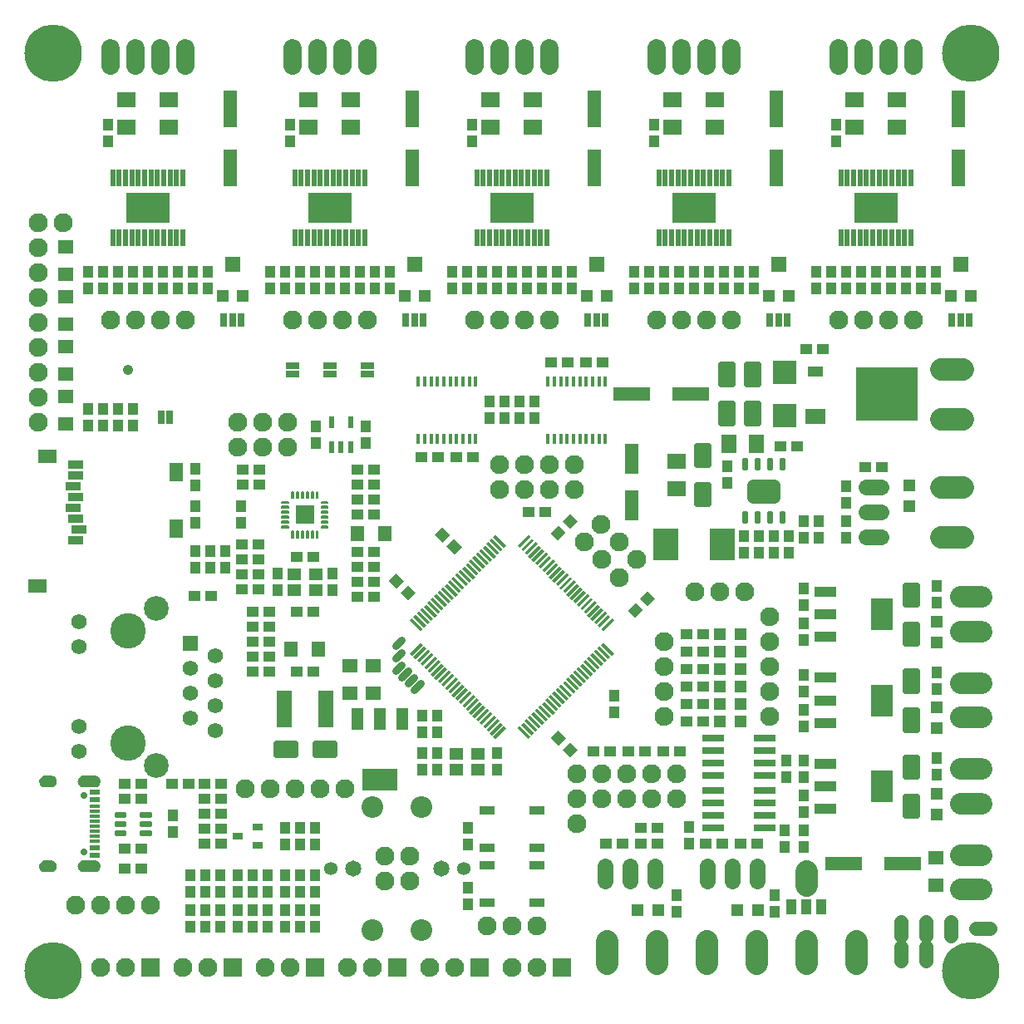
<source format=gbr>
G04 EAGLE Gerber RS-274X export*
G75*
%MOMM*%
%FSLAX34Y34*%
%LPD*%
%INGTS*%
%IPPOS*%
%AMOC8*
5,1,8,0,0,1.08239X$1,22.5*%
G01*
%ADD10C,0.723900*%
%ADD11R,2.095500X1.524000*%
%ADD12R,0.320800X1.550800*%
%ADD13R,1.550800X0.320800*%
%ADD14R,1.450800X1.250800*%
%ADD15R,1.050800X1.150800*%
%ADD16R,1.150800X1.050800*%
%ADD17R,1.650800X1.450800*%
%ADD18R,1.574800X0.812800*%
%ADD19R,1.250800X1.250800*%
%ADD20C,2.209800*%
%ADD21C,1.358800*%
%ADD22C,1.650800*%
%ADD23R,1.930400X1.930400*%
%ADD24C,1.930400*%
%ADD25R,0.476800X1.700800*%
%ADD26R,4.370800X3.050800*%
%ADD27R,1.850800X1.650800*%
%ADD28R,0.355600X1.041400*%
%ADD29C,1.828800*%
%ADD30C,0.191863*%
%ADD31R,1.828800X1.828800*%
%ADD32R,1.450800X1.650800*%
%ADD33R,0.600800X1.250800*%
%ADD34R,1.270000X2.286000*%
%ADD35R,3.650800X2.250800*%
%ADD36C,1.574800*%
%ADD37R,3.850800X1.450800*%
%ADD38R,2.200800X1.000800*%
%ADD39R,2.200800X3.200800*%
%ADD40C,0.560253*%
%ADD41C,2.184400*%
%ADD42C,1.473200*%
%ADD43R,1.450800X3.850800*%
%ADD44R,1.450800X1.850800*%
%ADD45R,1.950800X1.450800*%
%ADD46R,1.550800X0.850800*%
%ADD47R,1.574800X1.574800*%
%ADD48C,1.574800*%
%ADD49C,2.527300*%
%ADD50C,3.606800*%
%ADD51R,1.320800X0.685800*%
%ADD52R,2.250800X0.650800*%
%ADD53C,2.250800*%
%ADD54R,1.050000X1.575000*%
%ADD55C,2.300800*%
%ADD56R,6.250800X5.450800*%
%ADD57R,1.650800X1.050800*%
%ADD58R,2.450800X2.450800*%
%ADD59R,0.685800X1.320800*%
%ADD60R,1.450800X3.050800*%
%ADD61R,1.050800X0.330800*%
%ADD62R,1.050800X0.610800*%
%ADD63C,0.700800*%
%ADD64C,5.850800*%
%ADD65C,1.158800*%
%ADD66C,0.414550*%
%ADD67R,1.066800X0.685800*%
%ADD68R,1.650800X1.550800*%
%ADD69R,1.550800X3.750800*%
%ADD70R,1.650800X1.850800*%
%ADD71C,0.302938*%
%ADD72C,1.249906*%
%ADD73R,2.550800X3.250800*%
%ADD74C,1.050800*%

G36*
X-424836Y-277806D02*
X-424836Y-277806D01*
X-424833Y-277809D01*
X-423711Y-277654D01*
X-423706Y-277649D01*
X-423702Y-277652D01*
X-422631Y-277281D01*
X-422627Y-277275D01*
X-422622Y-277277D01*
X-421645Y-276704D01*
X-421642Y-276698D01*
X-421637Y-276699D01*
X-420790Y-275946D01*
X-420788Y-275939D01*
X-420783Y-275939D01*
X-420099Y-275036D01*
X-420099Y-275029D01*
X-420094Y-275028D01*
X-419599Y-274009D01*
X-419601Y-274002D01*
X-419596Y-274000D01*
X-419309Y-272903D01*
X-419311Y-272899D01*
X-419309Y-272898D01*
X-419311Y-272896D01*
X-419308Y-272894D01*
X-419241Y-271763D01*
X-419243Y-271759D01*
X-419241Y-271757D01*
X-419308Y-270626D01*
X-419313Y-270621D01*
X-419309Y-270617D01*
X-419596Y-269520D01*
X-419602Y-269516D01*
X-419599Y-269511D01*
X-420094Y-268492D01*
X-420100Y-268489D01*
X-420099Y-268484D01*
X-420783Y-267581D01*
X-420790Y-267579D01*
X-420790Y-267574D01*
X-421637Y-266821D01*
X-421644Y-266821D01*
X-421645Y-266816D01*
X-422622Y-266243D01*
X-422629Y-266244D01*
X-422631Y-266239D01*
X-423702Y-265868D01*
X-423708Y-265871D01*
X-423711Y-265866D01*
X-424833Y-265711D01*
X-424838Y-265714D01*
X-424840Y-265711D01*
X-436840Y-265711D01*
X-436845Y-265714D01*
X-436848Y-265711D01*
X-438115Y-265916D01*
X-438121Y-265922D01*
X-438126Y-265919D01*
X-439315Y-266401D01*
X-439319Y-266408D01*
X-439325Y-266406D01*
X-440378Y-267140D01*
X-440380Y-267148D01*
X-440386Y-267147D01*
X-441249Y-268097D01*
X-441250Y-268106D01*
X-441255Y-268106D01*
X-441885Y-269225D01*
X-441884Y-269233D01*
X-441890Y-269235D01*
X-442255Y-270465D01*
X-442252Y-270473D01*
X-442257Y-270476D01*
X-442339Y-271757D01*
X-442337Y-271761D01*
X-442339Y-271763D01*
X-442257Y-273044D01*
X-442251Y-273050D01*
X-442255Y-273055D01*
X-441890Y-274285D01*
X-441883Y-274290D01*
X-441885Y-274295D01*
X-441255Y-275414D01*
X-441248Y-275417D01*
X-441249Y-275423D01*
X-440386Y-276373D01*
X-440378Y-276374D01*
X-440378Y-276380D01*
X-439325Y-277114D01*
X-439317Y-277114D01*
X-439315Y-277119D01*
X-438126Y-277601D01*
X-438118Y-277599D01*
X-438115Y-277604D01*
X-436848Y-277809D01*
X-436843Y-277806D01*
X-436840Y-277809D01*
X-424840Y-277809D01*
X-424836Y-277806D01*
G37*
G36*
X-424836Y-364206D02*
X-424836Y-364206D01*
X-424833Y-364209D01*
X-423711Y-364054D01*
X-423706Y-364049D01*
X-423702Y-364052D01*
X-422631Y-363681D01*
X-422627Y-363675D01*
X-422622Y-363677D01*
X-421645Y-363104D01*
X-421642Y-363098D01*
X-421637Y-363099D01*
X-420790Y-362346D01*
X-420788Y-362339D01*
X-420783Y-362339D01*
X-420099Y-361436D01*
X-420099Y-361429D01*
X-420094Y-361428D01*
X-419599Y-360409D01*
X-419601Y-360402D01*
X-419596Y-360400D01*
X-419309Y-359303D01*
X-419311Y-359299D01*
X-419309Y-359298D01*
X-419311Y-359296D01*
X-419308Y-359294D01*
X-419241Y-358163D01*
X-419243Y-358159D01*
X-419241Y-358157D01*
X-419308Y-357026D01*
X-419313Y-357021D01*
X-419309Y-357017D01*
X-419596Y-355920D01*
X-419602Y-355916D01*
X-419599Y-355911D01*
X-420094Y-354892D01*
X-420100Y-354889D01*
X-420099Y-354884D01*
X-420783Y-353981D01*
X-420790Y-353979D01*
X-420790Y-353974D01*
X-421637Y-353221D01*
X-421644Y-353221D01*
X-421645Y-353216D01*
X-422622Y-352643D01*
X-422629Y-352644D01*
X-422631Y-352639D01*
X-423702Y-352268D01*
X-423708Y-352271D01*
X-423711Y-352266D01*
X-424833Y-352111D01*
X-424838Y-352114D01*
X-424840Y-352111D01*
X-436840Y-352111D01*
X-436845Y-352114D01*
X-436848Y-352111D01*
X-438115Y-352316D01*
X-438121Y-352322D01*
X-438126Y-352319D01*
X-439315Y-352801D01*
X-439319Y-352808D01*
X-439325Y-352806D01*
X-440378Y-353540D01*
X-440380Y-353548D01*
X-440386Y-353547D01*
X-441249Y-354497D01*
X-441250Y-354506D01*
X-441255Y-354506D01*
X-441885Y-355625D01*
X-441884Y-355633D01*
X-441890Y-355635D01*
X-442255Y-356865D01*
X-442252Y-356873D01*
X-442257Y-356876D01*
X-442339Y-358157D01*
X-442337Y-358161D01*
X-442339Y-358163D01*
X-442257Y-359444D01*
X-442251Y-359450D01*
X-442255Y-359455D01*
X-441890Y-360685D01*
X-441883Y-360690D01*
X-441885Y-360695D01*
X-441255Y-361814D01*
X-441248Y-361817D01*
X-441249Y-361823D01*
X-440386Y-362773D01*
X-440378Y-362774D01*
X-440378Y-362780D01*
X-439325Y-363514D01*
X-439317Y-363514D01*
X-439315Y-363519D01*
X-438126Y-364001D01*
X-438118Y-363999D01*
X-438115Y-364004D01*
X-436848Y-364209D01*
X-436843Y-364206D01*
X-436840Y-364209D01*
X-424840Y-364209D01*
X-424836Y-364206D01*
G37*
G36*
X-469637Y-277807D02*
X-469637Y-277807D01*
X-469635Y-277809D01*
X-468459Y-277698D01*
X-468454Y-277693D01*
X-468450Y-277696D01*
X-467318Y-277358D01*
X-467314Y-277352D01*
X-467309Y-277354D01*
X-466265Y-276802D01*
X-466262Y-276795D01*
X-466257Y-276797D01*
X-465341Y-276051D01*
X-465340Y-276044D01*
X-465334Y-276044D01*
X-464581Y-275135D01*
X-464581Y-275127D01*
X-464576Y-275127D01*
X-464015Y-274087D01*
X-464016Y-274082D01*
X-464012Y-274080D01*
X-464013Y-274079D01*
X-464011Y-274078D01*
X-463664Y-272949D01*
X-463664Y-272948D01*
X-463663Y-272947D01*
X-463666Y-272943D01*
X-463662Y-272940D01*
X-463541Y-271765D01*
X-463545Y-271758D01*
X-463541Y-271754D01*
X-463698Y-270414D01*
X-463703Y-270408D01*
X-463700Y-270403D01*
X-464151Y-269132D01*
X-464158Y-269127D01*
X-464156Y-269122D01*
X-464878Y-267983D01*
X-464886Y-267980D01*
X-464885Y-267974D01*
X-465843Y-267024D01*
X-465851Y-267023D01*
X-465852Y-267017D01*
X-466997Y-266304D01*
X-467006Y-266305D01*
X-467007Y-266299D01*
X-468283Y-265859D01*
X-468290Y-265861D01*
X-468293Y-265857D01*
X-469635Y-265711D01*
X-469638Y-265713D01*
X-469640Y-265711D01*
X-475640Y-265711D01*
X-475644Y-265713D01*
X-475646Y-265711D01*
X-476975Y-265866D01*
X-476981Y-265872D01*
X-476985Y-265869D01*
X-478246Y-266316D01*
X-478251Y-266323D01*
X-478256Y-266321D01*
X-479386Y-267038D01*
X-479389Y-267045D01*
X-479395Y-267044D01*
X-480337Y-267995D01*
X-480338Y-268003D01*
X-480344Y-268003D01*
X-481051Y-269139D01*
X-481050Y-269147D01*
X-481056Y-269149D01*
X-481492Y-270414D01*
X-481490Y-270422D01*
X-481495Y-270425D01*
X-481639Y-271755D01*
X-481635Y-271761D01*
X-481639Y-271765D01*
X-481529Y-272931D01*
X-481524Y-272936D01*
X-481527Y-272940D01*
X-481192Y-274063D01*
X-481186Y-274067D01*
X-481188Y-274071D01*
X-480640Y-275107D01*
X-480634Y-275110D01*
X-480635Y-275115D01*
X-479896Y-276023D01*
X-479889Y-276025D01*
X-479889Y-276030D01*
X-478987Y-276777D01*
X-478980Y-276777D01*
X-478979Y-276783D01*
X-477948Y-277339D01*
X-477941Y-277338D01*
X-477939Y-277343D01*
X-476820Y-277687D01*
X-476813Y-277685D01*
X-476810Y-277689D01*
X-475645Y-277809D01*
X-475642Y-277807D01*
X-475640Y-277809D01*
X-469640Y-277809D01*
X-469637Y-277807D01*
G37*
G36*
X-469637Y-364207D02*
X-469637Y-364207D01*
X-469635Y-364209D01*
X-468459Y-364098D01*
X-468454Y-364093D01*
X-468450Y-364096D01*
X-467318Y-363758D01*
X-467314Y-363752D01*
X-467309Y-363754D01*
X-466265Y-363202D01*
X-466262Y-363195D01*
X-466257Y-363197D01*
X-465341Y-362451D01*
X-465340Y-362444D01*
X-465334Y-362444D01*
X-464581Y-361535D01*
X-464581Y-361527D01*
X-464576Y-361527D01*
X-464015Y-360487D01*
X-464016Y-360482D01*
X-464012Y-360480D01*
X-464013Y-360479D01*
X-464011Y-360478D01*
X-463664Y-359349D01*
X-463664Y-359348D01*
X-463663Y-359347D01*
X-463666Y-359343D01*
X-463662Y-359340D01*
X-463541Y-358165D01*
X-463545Y-358158D01*
X-463541Y-358154D01*
X-463698Y-356814D01*
X-463703Y-356808D01*
X-463700Y-356803D01*
X-464151Y-355532D01*
X-464158Y-355527D01*
X-464156Y-355522D01*
X-464878Y-354383D01*
X-464886Y-354380D01*
X-464885Y-354374D01*
X-465843Y-353424D01*
X-465851Y-353423D01*
X-465852Y-353417D01*
X-466997Y-352704D01*
X-467006Y-352705D01*
X-467007Y-352699D01*
X-468283Y-352259D01*
X-468290Y-352261D01*
X-468293Y-352257D01*
X-469635Y-352111D01*
X-469638Y-352113D01*
X-469640Y-352111D01*
X-475640Y-352111D01*
X-475644Y-352113D01*
X-475646Y-352111D01*
X-476975Y-352266D01*
X-476981Y-352272D01*
X-476985Y-352269D01*
X-478246Y-352716D01*
X-478251Y-352723D01*
X-478256Y-352721D01*
X-479386Y-353438D01*
X-479389Y-353445D01*
X-479395Y-353444D01*
X-480337Y-354395D01*
X-480338Y-354403D01*
X-480344Y-354403D01*
X-481051Y-355539D01*
X-481050Y-355547D01*
X-481056Y-355549D01*
X-481492Y-356814D01*
X-481490Y-356822D01*
X-481495Y-356825D01*
X-481639Y-358155D01*
X-481635Y-358161D01*
X-481639Y-358165D01*
X-481529Y-359331D01*
X-481524Y-359336D01*
X-481527Y-359340D01*
X-481192Y-360463D01*
X-481186Y-360467D01*
X-481188Y-360471D01*
X-480640Y-361507D01*
X-480634Y-361510D01*
X-480635Y-361515D01*
X-479896Y-362423D01*
X-479889Y-362425D01*
X-479889Y-362430D01*
X-478987Y-363177D01*
X-478980Y-363177D01*
X-478979Y-363183D01*
X-477948Y-363739D01*
X-477941Y-363738D01*
X-477939Y-363743D01*
X-476820Y-364087D01*
X-476813Y-364085D01*
X-476810Y-364089D01*
X-475645Y-364209D01*
X-475642Y-364207D01*
X-475640Y-364209D01*
X-469640Y-364209D01*
X-469637Y-364207D01*
G37*
D10*
X-118745Y-133985D02*
X-112395Y-127635D01*
X-112395Y-140335D02*
X-118745Y-146685D01*
X-112395Y-153035D02*
X-118745Y-159385D01*
X-112395Y-165735D02*
X-106045Y-159385D01*
X-99695Y-165735D02*
X-106045Y-172085D01*
X-99695Y-178435D02*
X-93345Y-172085D01*
D11*
X308928Y100330D03*
D12*
G36*
X8026Y-33850D02*
X5757Y-31581D01*
X16722Y-20616D01*
X18991Y-22885D01*
X8026Y-33850D01*
G37*
G36*
X11562Y-37385D02*
X9293Y-35116D01*
X20258Y-24151D01*
X22527Y-26420D01*
X11562Y-37385D01*
G37*
G36*
X15097Y-40921D02*
X12828Y-38652D01*
X23793Y-27687D01*
X26062Y-29956D01*
X15097Y-40921D01*
G37*
G36*
X18633Y-44456D02*
X16364Y-42187D01*
X27329Y-31222D01*
X29598Y-33491D01*
X18633Y-44456D01*
G37*
G36*
X22169Y-47992D02*
X19900Y-45723D01*
X30865Y-34758D01*
X33134Y-37027D01*
X22169Y-47992D01*
G37*
G36*
X25704Y-51527D02*
X23435Y-49258D01*
X34400Y-38293D01*
X36669Y-40562D01*
X25704Y-51527D01*
G37*
G36*
X29240Y-55063D02*
X26971Y-52794D01*
X37936Y-41829D01*
X40205Y-44098D01*
X29240Y-55063D01*
G37*
G36*
X32775Y-58599D02*
X30506Y-56330D01*
X41471Y-45365D01*
X43740Y-47634D01*
X32775Y-58599D01*
G37*
G36*
X36311Y-62134D02*
X34042Y-59865D01*
X45007Y-48900D01*
X47276Y-51169D01*
X36311Y-62134D01*
G37*
G36*
X39846Y-65670D02*
X37577Y-63401D01*
X48542Y-52436D01*
X50811Y-54705D01*
X39846Y-65670D01*
G37*
G36*
X43382Y-69205D02*
X41113Y-66936D01*
X52078Y-55971D01*
X54347Y-58240D01*
X43382Y-69205D01*
G37*
G36*
X46917Y-72741D02*
X44648Y-70472D01*
X55613Y-59507D01*
X57882Y-61776D01*
X46917Y-72741D01*
G37*
G36*
X50453Y-76276D02*
X48184Y-74007D01*
X59149Y-63042D01*
X61418Y-65311D01*
X50453Y-76276D01*
G37*
G36*
X53988Y-79812D02*
X51719Y-77543D01*
X62684Y-66578D01*
X64953Y-68847D01*
X53988Y-79812D01*
G37*
G36*
X57524Y-83347D02*
X55255Y-81078D01*
X66220Y-70113D01*
X68489Y-72382D01*
X57524Y-83347D01*
G37*
G36*
X61059Y-86883D02*
X58790Y-84614D01*
X69755Y-73649D01*
X72024Y-75918D01*
X61059Y-86883D01*
G37*
G36*
X64595Y-90418D02*
X62326Y-88149D01*
X73291Y-77184D01*
X75560Y-79453D01*
X64595Y-90418D01*
G37*
G36*
X68130Y-93954D02*
X65861Y-91685D01*
X76826Y-80720D01*
X79095Y-82989D01*
X68130Y-93954D01*
G37*
G36*
X71666Y-97489D02*
X69397Y-95220D01*
X80362Y-84255D01*
X82631Y-86524D01*
X71666Y-97489D01*
G37*
G36*
X75202Y-101025D02*
X72933Y-98756D01*
X83898Y-87791D01*
X86167Y-90060D01*
X75202Y-101025D01*
G37*
G36*
X78737Y-104560D02*
X76468Y-102291D01*
X87433Y-91326D01*
X89702Y-93595D01*
X78737Y-104560D01*
G37*
G36*
X82273Y-108096D02*
X80004Y-105827D01*
X90969Y-94862D01*
X93238Y-97131D01*
X82273Y-108096D01*
G37*
G36*
X85808Y-111632D02*
X83539Y-109363D01*
X94504Y-98398D01*
X96773Y-100667D01*
X85808Y-111632D01*
G37*
G36*
X89344Y-115167D02*
X87075Y-112898D01*
X98040Y-101933D01*
X100309Y-104202D01*
X89344Y-115167D01*
G37*
G36*
X92879Y-118703D02*
X90610Y-116434D01*
X101575Y-105469D01*
X103844Y-107738D01*
X92879Y-118703D01*
G37*
G36*
X-101575Y-143451D02*
X-103844Y-141182D01*
X-92879Y-130217D01*
X-90610Y-132486D01*
X-101575Y-143451D01*
G37*
G36*
X-98040Y-146987D02*
X-100309Y-144718D01*
X-89344Y-133753D01*
X-87075Y-136022D01*
X-98040Y-146987D01*
G37*
G36*
X-94504Y-150522D02*
X-96773Y-148253D01*
X-85808Y-137288D01*
X-83539Y-139557D01*
X-94504Y-150522D01*
G37*
G36*
X-90969Y-154058D02*
X-93238Y-151789D01*
X-82273Y-140824D01*
X-80004Y-143093D01*
X-90969Y-154058D01*
G37*
G36*
X-87433Y-157594D02*
X-89702Y-155325D01*
X-78737Y-144360D01*
X-76468Y-146629D01*
X-87433Y-157594D01*
G37*
G36*
X-83898Y-161129D02*
X-86167Y-158860D01*
X-75202Y-147895D01*
X-72933Y-150164D01*
X-83898Y-161129D01*
G37*
G36*
X-80362Y-164665D02*
X-82631Y-162396D01*
X-71666Y-151431D01*
X-69397Y-153700D01*
X-80362Y-164665D01*
G37*
G36*
X-76826Y-168200D02*
X-79095Y-165931D01*
X-68130Y-154966D01*
X-65861Y-157235D01*
X-76826Y-168200D01*
G37*
G36*
X-73291Y-171736D02*
X-75560Y-169467D01*
X-64595Y-158502D01*
X-62326Y-160771D01*
X-73291Y-171736D01*
G37*
G36*
X-69755Y-175271D02*
X-72024Y-173002D01*
X-61059Y-162037D01*
X-58790Y-164306D01*
X-69755Y-175271D01*
G37*
G36*
X-66220Y-178807D02*
X-68489Y-176538D01*
X-57524Y-165573D01*
X-55255Y-167842D01*
X-66220Y-178807D01*
G37*
G36*
X-62684Y-182342D02*
X-64953Y-180073D01*
X-53988Y-169108D01*
X-51719Y-171377D01*
X-62684Y-182342D01*
G37*
G36*
X-59149Y-185878D02*
X-61418Y-183609D01*
X-50453Y-172644D01*
X-48184Y-174913D01*
X-59149Y-185878D01*
G37*
G36*
X-55613Y-189413D02*
X-57882Y-187144D01*
X-46917Y-176179D01*
X-44648Y-178448D01*
X-55613Y-189413D01*
G37*
G36*
X-52078Y-192949D02*
X-54347Y-190680D01*
X-43382Y-179715D01*
X-41113Y-181984D01*
X-52078Y-192949D01*
G37*
G36*
X-48542Y-196484D02*
X-50811Y-194215D01*
X-39846Y-183250D01*
X-37577Y-185519D01*
X-48542Y-196484D01*
G37*
G36*
X-45007Y-200020D02*
X-47276Y-197751D01*
X-36311Y-186786D01*
X-34042Y-189055D01*
X-45007Y-200020D01*
G37*
G36*
X-41471Y-203555D02*
X-43740Y-201286D01*
X-32775Y-190321D01*
X-30506Y-192590D01*
X-41471Y-203555D01*
G37*
G36*
X-37936Y-207091D02*
X-40205Y-204822D01*
X-29240Y-193857D01*
X-26971Y-196126D01*
X-37936Y-207091D01*
G37*
G36*
X-34400Y-210627D02*
X-36669Y-208358D01*
X-25704Y-197393D01*
X-23435Y-199662D01*
X-34400Y-210627D01*
G37*
G36*
X-30865Y-214162D02*
X-33134Y-211893D01*
X-22169Y-200928D01*
X-19900Y-203197D01*
X-30865Y-214162D01*
G37*
G36*
X-27329Y-217698D02*
X-29598Y-215429D01*
X-18633Y-204464D01*
X-16364Y-206733D01*
X-27329Y-217698D01*
G37*
G36*
X-23793Y-221233D02*
X-26062Y-218964D01*
X-15097Y-207999D01*
X-12828Y-210268D01*
X-23793Y-221233D01*
G37*
G36*
X-20258Y-224769D02*
X-22527Y-222500D01*
X-11562Y-211535D01*
X-9293Y-213804D01*
X-20258Y-224769D01*
G37*
G36*
X-16722Y-228304D02*
X-18991Y-226035D01*
X-8026Y-215070D01*
X-5757Y-217339D01*
X-16722Y-228304D01*
G37*
D13*
G36*
X16722Y-228304D02*
X5757Y-217339D01*
X8026Y-215070D01*
X18991Y-226035D01*
X16722Y-228304D01*
G37*
G36*
X20258Y-224769D02*
X9293Y-213804D01*
X11562Y-211535D01*
X22527Y-222500D01*
X20258Y-224769D01*
G37*
G36*
X23793Y-221233D02*
X12828Y-210268D01*
X15097Y-207999D01*
X26062Y-218964D01*
X23793Y-221233D01*
G37*
G36*
X27329Y-217698D02*
X16364Y-206733D01*
X18633Y-204464D01*
X29598Y-215429D01*
X27329Y-217698D01*
G37*
G36*
X30865Y-214162D02*
X19900Y-203197D01*
X22169Y-200928D01*
X33134Y-211893D01*
X30865Y-214162D01*
G37*
G36*
X34400Y-210627D02*
X23435Y-199662D01*
X25704Y-197393D01*
X36669Y-208358D01*
X34400Y-210627D01*
G37*
G36*
X37936Y-207091D02*
X26971Y-196126D01*
X29240Y-193857D01*
X40205Y-204822D01*
X37936Y-207091D01*
G37*
G36*
X41471Y-203555D02*
X30506Y-192590D01*
X32775Y-190321D01*
X43740Y-201286D01*
X41471Y-203555D01*
G37*
G36*
X45007Y-200020D02*
X34042Y-189055D01*
X36311Y-186786D01*
X47276Y-197751D01*
X45007Y-200020D01*
G37*
G36*
X48542Y-196484D02*
X37577Y-185519D01*
X39846Y-183250D01*
X50811Y-194215D01*
X48542Y-196484D01*
G37*
G36*
X52078Y-192949D02*
X41113Y-181984D01*
X43382Y-179715D01*
X54347Y-190680D01*
X52078Y-192949D01*
G37*
G36*
X55613Y-189413D02*
X44648Y-178448D01*
X46917Y-176179D01*
X57882Y-187144D01*
X55613Y-189413D01*
G37*
G36*
X59149Y-185878D02*
X48184Y-174913D01*
X50453Y-172644D01*
X61418Y-183609D01*
X59149Y-185878D01*
G37*
G36*
X62684Y-182342D02*
X51719Y-171377D01*
X53988Y-169108D01*
X64953Y-180073D01*
X62684Y-182342D01*
G37*
G36*
X66220Y-178807D02*
X55255Y-167842D01*
X57524Y-165573D01*
X68489Y-176538D01*
X66220Y-178807D01*
G37*
G36*
X69755Y-175271D02*
X58790Y-164306D01*
X61059Y-162037D01*
X72024Y-173002D01*
X69755Y-175271D01*
G37*
G36*
X73291Y-171736D02*
X62326Y-160771D01*
X64595Y-158502D01*
X75560Y-169467D01*
X73291Y-171736D01*
G37*
G36*
X76826Y-168200D02*
X65861Y-157235D01*
X68130Y-154966D01*
X79095Y-165931D01*
X76826Y-168200D01*
G37*
G36*
X80362Y-164665D02*
X69397Y-153700D01*
X71666Y-151431D01*
X82631Y-162396D01*
X80362Y-164665D01*
G37*
G36*
X83898Y-161129D02*
X72933Y-150164D01*
X75202Y-147895D01*
X86167Y-158860D01*
X83898Y-161129D01*
G37*
G36*
X87433Y-157594D02*
X76468Y-146629D01*
X78737Y-144360D01*
X89702Y-155325D01*
X87433Y-157594D01*
G37*
G36*
X90969Y-154058D02*
X80004Y-143093D01*
X82273Y-140824D01*
X93238Y-151789D01*
X90969Y-154058D01*
G37*
G36*
X94504Y-150522D02*
X83539Y-139557D01*
X85808Y-137288D01*
X96773Y-148253D01*
X94504Y-150522D01*
G37*
G36*
X98040Y-146987D02*
X87075Y-136022D01*
X89344Y-133753D01*
X100309Y-144718D01*
X98040Y-146987D01*
G37*
G36*
X101575Y-143451D02*
X90610Y-132486D01*
X92879Y-130217D01*
X103844Y-141182D01*
X101575Y-143451D01*
G37*
G36*
X-8026Y-33850D02*
X-18991Y-22885D01*
X-16722Y-20616D01*
X-5757Y-31581D01*
X-8026Y-33850D01*
G37*
G36*
X-11562Y-37385D02*
X-22527Y-26420D01*
X-20258Y-24151D01*
X-9293Y-35116D01*
X-11562Y-37385D01*
G37*
G36*
X-15097Y-40921D02*
X-26062Y-29956D01*
X-23793Y-27687D01*
X-12828Y-38652D01*
X-15097Y-40921D01*
G37*
G36*
X-18633Y-44456D02*
X-29598Y-33491D01*
X-27329Y-31222D01*
X-16364Y-42187D01*
X-18633Y-44456D01*
G37*
G36*
X-22169Y-47992D02*
X-33134Y-37027D01*
X-30865Y-34758D01*
X-19900Y-45723D01*
X-22169Y-47992D01*
G37*
G36*
X-25704Y-51527D02*
X-36669Y-40562D01*
X-34400Y-38293D01*
X-23435Y-49258D01*
X-25704Y-51527D01*
G37*
G36*
X-29240Y-55063D02*
X-40205Y-44098D01*
X-37936Y-41829D01*
X-26971Y-52794D01*
X-29240Y-55063D01*
G37*
G36*
X-32775Y-58599D02*
X-43740Y-47634D01*
X-41471Y-45365D01*
X-30506Y-56330D01*
X-32775Y-58599D01*
G37*
G36*
X-36311Y-62134D02*
X-47276Y-51169D01*
X-45007Y-48900D01*
X-34042Y-59865D01*
X-36311Y-62134D01*
G37*
G36*
X-39846Y-65670D02*
X-50811Y-54705D01*
X-48542Y-52436D01*
X-37577Y-63401D01*
X-39846Y-65670D01*
G37*
G36*
X-43382Y-69205D02*
X-54347Y-58240D01*
X-52078Y-55971D01*
X-41113Y-66936D01*
X-43382Y-69205D01*
G37*
G36*
X-46917Y-72741D02*
X-57882Y-61776D01*
X-55613Y-59507D01*
X-44648Y-70472D01*
X-46917Y-72741D01*
G37*
G36*
X-50453Y-76276D02*
X-61418Y-65311D01*
X-59149Y-63042D01*
X-48184Y-74007D01*
X-50453Y-76276D01*
G37*
G36*
X-53988Y-79812D02*
X-64953Y-68847D01*
X-62684Y-66578D01*
X-51719Y-77543D01*
X-53988Y-79812D01*
G37*
G36*
X-57524Y-83347D02*
X-68489Y-72382D01*
X-66220Y-70113D01*
X-55255Y-81078D01*
X-57524Y-83347D01*
G37*
G36*
X-61059Y-86883D02*
X-72024Y-75918D01*
X-69755Y-73649D01*
X-58790Y-84614D01*
X-61059Y-86883D01*
G37*
G36*
X-64595Y-90418D02*
X-75560Y-79453D01*
X-73291Y-77184D01*
X-62326Y-88149D01*
X-64595Y-90418D01*
G37*
G36*
X-68130Y-93954D02*
X-79095Y-82989D01*
X-76826Y-80720D01*
X-65861Y-91685D01*
X-68130Y-93954D01*
G37*
G36*
X-71666Y-97489D02*
X-82631Y-86524D01*
X-80362Y-84255D01*
X-69397Y-95220D01*
X-71666Y-97489D01*
G37*
G36*
X-75202Y-101025D02*
X-86167Y-90060D01*
X-83898Y-87791D01*
X-72933Y-98756D01*
X-75202Y-101025D01*
G37*
G36*
X-78737Y-104560D02*
X-89702Y-93595D01*
X-87433Y-91326D01*
X-76468Y-102291D01*
X-78737Y-104560D01*
G37*
G36*
X-82273Y-108096D02*
X-93238Y-97131D01*
X-90969Y-94862D01*
X-80004Y-105827D01*
X-82273Y-108096D01*
G37*
G36*
X-85808Y-111632D02*
X-96773Y-100667D01*
X-94504Y-98398D01*
X-83539Y-109363D01*
X-85808Y-111632D01*
G37*
G36*
X-89344Y-115167D02*
X-100309Y-104202D01*
X-98040Y-101933D01*
X-87075Y-112898D01*
X-89344Y-115167D01*
G37*
G36*
X-92879Y-118703D02*
X-103844Y-107738D01*
X-101575Y-105469D01*
X-90610Y-116434D01*
X-92879Y-118703D01*
G37*
D14*
X-34720Y-259460D03*
X-56720Y-259460D03*
X-34720Y-243460D03*
X-56720Y-243460D03*
D15*
X-76200Y-259960D03*
X-76200Y-242960D03*
X-15240Y-242960D03*
X-15240Y-259960D03*
D16*
G36*
X130307Y-85783D02*
X138443Y-77647D01*
X145873Y-85077D01*
X137737Y-93213D01*
X130307Y-85783D01*
G37*
G36*
X118287Y-97803D02*
X126423Y-89667D01*
X133853Y-97097D01*
X125717Y-105233D01*
X118287Y-97803D01*
G37*
D15*
X104140Y-201540D03*
X104140Y-184540D03*
D16*
G36*
X58997Y-231907D02*
X67133Y-240043D01*
X59703Y-247473D01*
X51567Y-239337D01*
X58997Y-231907D01*
G37*
G36*
X46977Y-219887D02*
X55113Y-228023D01*
X47683Y-235453D01*
X39547Y-227317D01*
X46977Y-219887D01*
G37*
G36*
X-117417Y-75433D02*
X-125553Y-67297D01*
X-118123Y-59867D01*
X-109987Y-68003D01*
X-117417Y-75433D01*
G37*
G36*
X-105397Y-87453D02*
X-113533Y-79317D01*
X-106103Y-71887D01*
X-97967Y-80023D01*
X-105397Y-87453D01*
G37*
G36*
X-70427Y-28443D02*
X-78563Y-20307D01*
X-71133Y-12877D01*
X-62997Y-21013D01*
X-70427Y-28443D01*
G37*
G36*
X-58407Y-40463D02*
X-66543Y-32327D01*
X-59113Y-24897D01*
X-50977Y-33033D01*
X-58407Y-40463D01*
G37*
D15*
X-91440Y-259960D03*
X-91440Y-242960D03*
D17*
X-140970Y-153640D03*
X-140970Y-181640D03*
D15*
X-76200Y-204860D03*
X-76200Y-221860D03*
X-44450Y-397120D03*
X-44450Y-380120D03*
D16*
X-313300Y-304800D03*
X-296300Y-304800D03*
X-313300Y-289560D03*
X-296300Y-289560D03*
X-313300Y-274320D03*
X-296300Y-274320D03*
X-296300Y-320040D03*
X-313300Y-320040D03*
D15*
X-292100Y-37220D03*
X-292100Y-54220D03*
X-44450Y-319160D03*
X-44450Y-336160D03*
D16*
X82940Y-241300D03*
X99940Y-241300D03*
X118500Y-241300D03*
X135500Y-241300D03*
D18*
X-25400Y-356870D03*
X25400Y-356870D03*
X-25400Y-394970D03*
X25400Y-394970D03*
D19*
X232750Y-210820D03*
X211750Y-210820D03*
X232750Y-193040D03*
X211750Y-193040D03*
X232750Y-175260D03*
X211750Y-175260D03*
X232750Y-157480D03*
X211750Y-157480D03*
D16*
X195190Y-210820D03*
X178190Y-210820D03*
X195190Y-193040D03*
X178190Y-193040D03*
X195190Y-175260D03*
X178190Y-175260D03*
X195190Y-157480D03*
X178190Y-157480D03*
D20*
X-91840Y-298180D03*
X-91840Y-423180D03*
X-141840Y-298180D03*
X-141840Y-423180D03*
D21*
X-49340Y-360680D03*
X-184340Y-360680D03*
D22*
X-71840Y-360680D03*
X-161840Y-360680D03*
D15*
X-200660Y-336160D03*
X-200660Y-319160D03*
X-215900Y-319160D03*
X-215900Y-336160D03*
X-322580Y-54220D03*
X-322580Y-37220D03*
X-322580Y29600D03*
X-322580Y46600D03*
X-307340Y-54220D03*
X-307340Y-37220D03*
D23*
X-368300Y-461010D03*
D24*
X-393700Y-461010D03*
X-419100Y-461010D03*
D23*
X-284480Y-461010D03*
D24*
X-309880Y-461010D03*
X-335280Y-461010D03*
D23*
X-200660Y-461010D03*
D24*
X-226060Y-461010D03*
X-251460Y-461010D03*
D23*
X-116840Y-461010D03*
D24*
X-142240Y-461010D03*
X-167640Y-461010D03*
D23*
X-33020Y-461010D03*
D24*
X-58420Y-461010D03*
X-83820Y-461010D03*
D23*
X50800Y-461010D03*
D24*
X25400Y-461010D03*
X0Y-461010D03*
D18*
X25400Y-339090D03*
X-25400Y-339090D03*
X25400Y-300990D03*
X-25400Y-300990D03*
D16*
G36*
X51567Y-7043D02*
X59703Y1093D01*
X67133Y-6337D01*
X58997Y-14473D01*
X51567Y-7043D01*
G37*
G36*
X39547Y-19063D02*
X47683Y-10927D01*
X55113Y-18357D01*
X46977Y-26493D01*
X39547Y-19063D01*
G37*
D24*
X167640Y-264160D03*
X142240Y-264160D03*
X116840Y-264160D03*
X91440Y-264160D03*
X167640Y-289560D03*
X142240Y-289560D03*
X116840Y-289560D03*
X91440Y-289560D03*
X73660Y-27940D03*
X91621Y-45901D03*
X109581Y-63861D03*
X127000Y-45720D03*
X109039Y-27759D03*
X91079Y-9799D03*
X-25400Y-419100D03*
X0Y-419100D03*
X25400Y-419100D03*
X-129540Y-347980D03*
X-104140Y-347980D03*
X-129540Y-373380D03*
X-104140Y-373380D03*
D17*
X-454660Y273080D03*
X-454660Y245080D03*
X-454660Y222280D03*
X-454660Y194280D03*
X-454660Y171480D03*
X-454660Y143480D03*
D16*
X-39760Y58420D03*
X-56760Y58420D03*
X-92320Y58420D03*
X-75320Y58420D03*
D25*
X-406590Y342920D03*
X-400090Y342920D03*
X-393590Y342920D03*
X-387090Y342920D03*
X-380590Y342920D03*
X-374090Y342920D03*
X-367590Y342920D03*
X-361090Y342920D03*
X-354590Y342920D03*
X-348090Y342920D03*
X-341590Y342920D03*
X-335090Y342920D03*
X-406590Y281920D03*
X-400090Y281920D03*
X-393590Y281920D03*
X-387090Y281920D03*
X-380590Y281920D03*
X-374090Y281920D03*
X-367590Y281920D03*
X-361090Y281920D03*
X-354590Y281920D03*
X-348090Y281920D03*
X-341590Y281920D03*
X-335090Y281920D03*
D26*
X-370840Y312420D03*
D15*
X-431800Y247260D03*
X-431800Y230260D03*
X-416560Y230260D03*
X-416560Y247260D03*
X-325120Y247260D03*
X-325120Y230260D03*
X-370840Y247260D03*
X-370840Y230260D03*
X-401320Y230260D03*
X-401320Y247260D03*
X-340360Y247260D03*
X-340360Y230260D03*
D27*
X-349250Y422940D03*
X-349250Y394940D03*
X-392430Y422940D03*
X-392430Y394940D03*
D25*
X-221170Y342920D03*
X-214670Y342920D03*
X-208170Y342920D03*
X-201670Y342920D03*
X-195170Y342920D03*
X-188670Y342920D03*
X-182170Y342920D03*
X-175670Y342920D03*
X-169170Y342920D03*
X-162670Y342920D03*
X-156170Y342920D03*
X-149670Y342920D03*
X-221170Y281920D03*
X-214670Y281920D03*
X-208170Y281920D03*
X-201670Y281920D03*
X-195170Y281920D03*
X-188670Y281920D03*
X-182170Y281920D03*
X-175670Y281920D03*
X-169170Y281920D03*
X-162670Y281920D03*
X-156170Y281920D03*
X-149670Y281920D03*
D26*
X-185420Y312420D03*
D15*
X-246380Y247260D03*
X-246380Y230260D03*
X-231140Y230260D03*
X-231140Y247260D03*
X-139700Y247260D03*
X-139700Y230260D03*
X-185420Y247260D03*
X-185420Y230260D03*
X-215900Y230260D03*
X-215900Y247260D03*
X-154940Y247260D03*
X-154940Y230260D03*
D27*
X-163830Y422940D03*
X-163830Y394940D03*
X-207010Y422940D03*
X-207010Y394940D03*
D25*
X-35750Y342920D03*
X-29250Y342920D03*
X-22750Y342920D03*
X-16250Y342920D03*
X-9750Y342920D03*
X-3250Y342920D03*
X3250Y342920D03*
X9750Y342920D03*
X16250Y342920D03*
X22750Y342920D03*
X29250Y342920D03*
X35750Y342920D03*
X-35750Y281920D03*
X-29250Y281920D03*
X-22750Y281920D03*
X-16250Y281920D03*
X-9750Y281920D03*
X-3250Y281920D03*
X3250Y281920D03*
X9750Y281920D03*
X16250Y281920D03*
X22750Y281920D03*
X29250Y281920D03*
X35750Y281920D03*
D26*
X0Y312420D03*
D15*
X-60960Y247260D03*
X-60960Y230260D03*
X-45720Y230260D03*
X-45720Y247260D03*
X45720Y247260D03*
X45720Y230260D03*
X0Y247260D03*
X0Y230260D03*
X-30480Y230260D03*
X-30480Y247260D03*
X30480Y247260D03*
X30480Y230260D03*
D27*
X21590Y422940D03*
X21590Y394940D03*
X-21590Y422940D03*
X-21590Y394940D03*
D25*
X149670Y342920D03*
X156170Y342920D03*
X162670Y342920D03*
X169170Y342920D03*
X175670Y342920D03*
X182170Y342920D03*
X188670Y342920D03*
X195170Y342920D03*
X201670Y342920D03*
X208170Y342920D03*
X214670Y342920D03*
X221170Y342920D03*
X149670Y281920D03*
X156170Y281920D03*
X162670Y281920D03*
X169170Y281920D03*
X175670Y281920D03*
X182170Y281920D03*
X188670Y281920D03*
X195170Y281920D03*
X201670Y281920D03*
X208170Y281920D03*
X214670Y281920D03*
X221170Y281920D03*
D26*
X185420Y312420D03*
D15*
X124460Y247260D03*
X124460Y230260D03*
X139700Y230260D03*
X139700Y247260D03*
X231140Y247260D03*
X231140Y230260D03*
X185420Y247260D03*
X185420Y230260D03*
X154940Y230260D03*
X154940Y247260D03*
X215900Y247260D03*
X215900Y230260D03*
D27*
X207010Y422940D03*
X207010Y394940D03*
X163830Y422940D03*
X163830Y394940D03*
D17*
X-454660Y120680D03*
X-454660Y92680D03*
D24*
X-482600Y271780D03*
X-482600Y246380D03*
X-482600Y220980D03*
X-482600Y195580D03*
X-482600Y170180D03*
X-482600Y144780D03*
X-482600Y119380D03*
X-482600Y93980D03*
D15*
X-22860Y115180D03*
X-22860Y98180D03*
X-355600Y230260D03*
X-355600Y247260D03*
X-170180Y247260D03*
X-170180Y230260D03*
X15240Y247260D03*
X15240Y230260D03*
X200660Y247260D03*
X200660Y230260D03*
D28*
X-36790Y135858D03*
X-43290Y135858D03*
X-49790Y135858D03*
X-56290Y135858D03*
X-62790Y135858D03*
X-69290Y135858D03*
X-75790Y135858D03*
X-82290Y135858D03*
X-88790Y135858D03*
X-95290Y135858D03*
X-95290Y77502D03*
X-88790Y77502D03*
X-82290Y77502D03*
X-75790Y77502D03*
X-69290Y77502D03*
X-62790Y77502D03*
X-56290Y77502D03*
X-49790Y77502D03*
X-43290Y77502D03*
X-36790Y77502D03*
D15*
X7620Y115180D03*
X7620Y98180D03*
X-7620Y115180D03*
X-7620Y98180D03*
D29*
X-408940Y457200D02*
X-408940Y474980D01*
X-383540Y474980D02*
X-383540Y457200D01*
X-358140Y457200D02*
X-358140Y474980D01*
X-332740Y474980D02*
X-332740Y457200D01*
X-223520Y457200D02*
X-223520Y474980D01*
X-198120Y474980D02*
X-198120Y457200D01*
X-172720Y457200D02*
X-172720Y474980D01*
X-147320Y474980D02*
X-147320Y457200D01*
X-38100Y457200D02*
X-38100Y474980D01*
X-12700Y474980D02*
X-12700Y457200D01*
X12700Y457200D02*
X12700Y474980D01*
X38100Y474980D02*
X38100Y457200D01*
X147320Y457200D02*
X147320Y474980D01*
X172720Y474980D02*
X172720Y457200D01*
X198120Y457200D02*
X198120Y474980D01*
X223520Y474980D02*
X223520Y457200D01*
D15*
X-411480Y380120D03*
X-411480Y397120D03*
X-226060Y380120D03*
X-226060Y397120D03*
X144780Y380120D03*
X144780Y397120D03*
X-40640Y380120D03*
X-40640Y397120D03*
X-386080Y247260D03*
X-386080Y230260D03*
X-200660Y247260D03*
X-200660Y230260D03*
X-15240Y247260D03*
X-15240Y230260D03*
X170180Y247260D03*
X170180Y230260D03*
D30*
X-224015Y-16705D02*
X-224015Y-23295D01*
X-224015Y-16705D02*
X-222625Y-16705D01*
X-222625Y-23295D01*
X-224015Y-23295D01*
X-224015Y-21472D02*
X-222625Y-21472D01*
X-222625Y-19649D02*
X-224015Y-19649D01*
X-224015Y-17826D02*
X-222625Y-17826D01*
X-219015Y-16705D02*
X-219015Y-23295D01*
X-219015Y-16705D02*
X-217625Y-16705D01*
X-217625Y-23295D01*
X-219015Y-23295D01*
X-219015Y-21472D02*
X-217625Y-21472D01*
X-217625Y-19649D02*
X-219015Y-19649D01*
X-219015Y-17826D02*
X-217625Y-17826D01*
X-214015Y-16705D02*
X-214015Y-23295D01*
X-214015Y-16705D02*
X-212625Y-16705D01*
X-212625Y-23295D01*
X-214015Y-23295D01*
X-214015Y-21472D02*
X-212625Y-21472D01*
X-212625Y-19649D02*
X-214015Y-19649D01*
X-214015Y-17826D02*
X-212625Y-17826D01*
X-209015Y-16705D02*
X-209015Y-23295D01*
X-209015Y-16705D02*
X-207625Y-16705D01*
X-207625Y-23295D01*
X-209015Y-23295D01*
X-209015Y-21472D02*
X-207625Y-21472D01*
X-207625Y-19649D02*
X-209015Y-19649D01*
X-209015Y-17826D02*
X-207625Y-17826D01*
X-204015Y-16705D02*
X-204015Y-23295D01*
X-204015Y-16705D02*
X-202625Y-16705D01*
X-202625Y-23295D01*
X-204015Y-23295D01*
X-204015Y-21472D02*
X-202625Y-21472D01*
X-202625Y-19649D02*
X-204015Y-19649D01*
X-204015Y-17826D02*
X-202625Y-17826D01*
X-199015Y-16705D02*
X-199015Y-23295D01*
X-199015Y-16705D02*
X-197625Y-16705D01*
X-197625Y-23295D01*
X-199015Y-23295D01*
X-199015Y-21472D02*
X-197625Y-21472D01*
X-197625Y-19649D02*
X-199015Y-19649D01*
X-199015Y-17826D02*
X-197625Y-17826D01*
X-194115Y-11805D02*
X-187525Y-11805D01*
X-187525Y-13195D01*
X-194115Y-13195D01*
X-194115Y-11805D01*
X-194115Y-6805D02*
X-187525Y-6805D01*
X-187525Y-8195D01*
X-194115Y-8195D01*
X-194115Y-6805D01*
X-194115Y-1805D02*
X-187525Y-1805D01*
X-187525Y-3195D01*
X-194115Y-3195D01*
X-194115Y-1805D01*
X-194115Y3195D02*
X-187525Y3195D01*
X-187525Y1805D01*
X-194115Y1805D01*
X-194115Y3195D01*
X-194115Y8195D02*
X-187525Y8195D01*
X-187525Y6805D01*
X-194115Y6805D01*
X-194115Y8195D01*
X-194115Y13195D02*
X-187525Y13195D01*
X-187525Y11805D01*
X-194115Y11805D01*
X-194115Y13195D01*
X-197625Y16705D02*
X-197625Y23295D01*
X-197625Y16705D02*
X-199015Y16705D01*
X-199015Y23295D01*
X-197625Y23295D01*
X-197625Y18528D02*
X-199015Y18528D01*
X-199015Y20351D02*
X-197625Y20351D01*
X-197625Y22174D02*
X-199015Y22174D01*
X-202625Y23295D02*
X-202625Y16705D01*
X-204015Y16705D01*
X-204015Y23295D01*
X-202625Y23295D01*
X-202625Y18528D02*
X-204015Y18528D01*
X-204015Y20351D02*
X-202625Y20351D01*
X-202625Y22174D02*
X-204015Y22174D01*
X-207625Y23295D02*
X-207625Y16705D01*
X-209015Y16705D01*
X-209015Y23295D01*
X-207625Y23295D01*
X-207625Y18528D02*
X-209015Y18528D01*
X-209015Y20351D02*
X-207625Y20351D01*
X-207625Y22174D02*
X-209015Y22174D01*
X-212625Y23295D02*
X-212625Y16705D01*
X-214015Y16705D01*
X-214015Y23295D01*
X-212625Y23295D01*
X-212625Y18528D02*
X-214015Y18528D01*
X-214015Y20351D02*
X-212625Y20351D01*
X-212625Y22174D02*
X-214015Y22174D01*
X-217625Y23295D02*
X-217625Y16705D01*
X-219015Y16705D01*
X-219015Y23295D01*
X-217625Y23295D01*
X-217625Y18528D02*
X-219015Y18528D01*
X-219015Y20351D02*
X-217625Y20351D01*
X-217625Y22174D02*
X-219015Y22174D01*
X-222625Y23295D02*
X-222625Y16705D01*
X-224015Y16705D01*
X-224015Y23295D01*
X-222625Y23295D01*
X-222625Y18528D02*
X-224015Y18528D01*
X-224015Y20351D02*
X-222625Y20351D01*
X-222625Y22174D02*
X-224015Y22174D01*
X-227525Y11805D02*
X-234115Y11805D01*
X-234115Y13195D01*
X-227525Y13195D01*
X-227525Y11805D01*
X-227525Y6805D02*
X-234115Y6805D01*
X-234115Y8195D01*
X-227525Y8195D01*
X-227525Y6805D01*
X-227525Y1805D02*
X-234115Y1805D01*
X-234115Y3195D01*
X-227525Y3195D01*
X-227525Y1805D01*
X-227525Y-3195D02*
X-234115Y-3195D01*
X-234115Y-1805D01*
X-227525Y-1805D01*
X-227525Y-3195D01*
X-227525Y-8195D02*
X-234115Y-8195D01*
X-234115Y-6805D01*
X-227525Y-6805D01*
X-227525Y-8195D01*
X-227525Y-13195D02*
X-234115Y-13195D01*
X-234115Y-11805D01*
X-227525Y-11805D01*
X-227525Y-13195D01*
D31*
X-210820Y0D03*
D16*
X-157090Y45720D03*
X-140090Y45720D03*
X-202320Y-43180D03*
X-219320Y-43180D03*
D15*
X-275590Y8500D03*
X-275590Y-8500D03*
D14*
X-221820Y-60580D03*
X-199820Y-60580D03*
X-221820Y-76580D03*
X-199820Y-76580D03*
D15*
X-182880Y-60080D03*
X-182880Y-77080D03*
X-238760Y-77080D03*
X-238760Y-60080D03*
D16*
X-346320Y-274320D03*
X-329320Y-274320D03*
X-377580Y-274320D03*
X-394580Y-274320D03*
X-323460Y-82550D03*
X-306460Y-82550D03*
X-273930Y45720D03*
X-256930Y45720D03*
D32*
X-196820Y-137160D03*
X-224820Y-137160D03*
D16*
X-258200Y-30480D03*
X-275200Y-30480D03*
X-256930Y30480D03*
X-273930Y30480D03*
D32*
X-129510Y-19050D03*
X-157510Y-19050D03*
D16*
X-157090Y0D03*
X-140090Y0D03*
X-157090Y-68580D03*
X-140090Y-68580D03*
X-219320Y-160020D03*
X-202320Y-160020D03*
X-219320Y-99060D03*
X-202320Y-99060D03*
X-275200Y-60960D03*
X-258200Y-60960D03*
X-258200Y-76200D03*
X-275200Y-76200D03*
X-263770Y-129540D03*
X-246770Y-129540D03*
X-263770Y-160020D03*
X-246770Y-160020D03*
D33*
X-183490Y68279D03*
X-173990Y68279D03*
X-164490Y68279D03*
X-164490Y94281D03*
X-183490Y94281D03*
D15*
X-148590Y89780D03*
X-148590Y72780D03*
X-199390Y89780D03*
X-199390Y72780D03*
D34*
X-111506Y-207772D03*
X-134620Y-207772D03*
X-157734Y-207772D03*
D35*
X-134620Y-269750D03*
D16*
X16900Y2540D03*
X33900Y2540D03*
D17*
X-165100Y-153640D03*
X-165100Y-181640D03*
D19*
X232750Y-139700D03*
X211750Y-139700D03*
D16*
X195190Y-139700D03*
X178190Y-139700D03*
D36*
X250190Y-358140D02*
X250190Y-373380D01*
X224790Y-373380D02*
X224790Y-358140D01*
X199390Y-358140D02*
X199390Y-373380D01*
X146050Y-373380D02*
X146050Y-358140D01*
X120650Y-358140D02*
X120650Y-373380D01*
X95250Y-373380D02*
X95250Y-358140D01*
D15*
X297180Y-250580D03*
X297180Y-267580D03*
X297180Y-162950D03*
X297180Y-179950D03*
X278130Y-321700D03*
X278130Y-338700D03*
D16*
X148200Y-335280D03*
X131200Y-335280D03*
D37*
X338300Y-355600D03*
X398300Y-355600D03*
D16*
X195190Y-121920D03*
X178190Y-121920D03*
D19*
X232750Y-121920D03*
X211750Y-121920D03*
D38*
X318980Y-253860D03*
X318980Y-276860D03*
X318980Y-299860D03*
D39*
X376980Y-276860D03*
D38*
X318980Y-166230D03*
X318980Y-189230D03*
X318980Y-212230D03*
D39*
X376980Y-189230D03*
D15*
X297180Y-286140D03*
X297180Y-303140D03*
X297180Y-198510D03*
X297180Y-215510D03*
X180340Y-334890D03*
X180340Y-317890D03*
D16*
X131200Y-318770D03*
X148200Y-318770D03*
D17*
X431800Y-349220D03*
X431800Y-377220D03*
D40*
X-200773Y-244713D02*
X-200773Y-232807D01*
X-180867Y-232807D01*
X-180867Y-244713D01*
X-200773Y-244713D01*
X-200773Y-239390D02*
X-180867Y-239390D01*
X-180867Y-234067D02*
X-200773Y-234067D01*
X-240773Y-232807D02*
X-240773Y-244713D01*
X-240773Y-232807D02*
X-220867Y-232807D01*
X-220867Y-244713D01*
X-240773Y-244713D01*
X-240773Y-239390D02*
X-220867Y-239390D01*
X-220867Y-234067D02*
X-240773Y-234067D01*
D37*
X122400Y123190D03*
X182400Y123190D03*
D41*
X457200Y-259360D02*
X478536Y-259360D01*
X478536Y-294360D02*
X457200Y-294360D01*
X457200Y-171730D02*
X478536Y-171730D01*
X478536Y-206730D02*
X457200Y-206730D01*
D42*
X472440Y-421640D02*
X486664Y-421640D01*
X447040Y-428752D02*
X447040Y-414528D01*
X396240Y-414528D02*
X396240Y-428752D01*
X421640Y-428752D02*
X421640Y-414528D01*
X396240Y-439928D02*
X396240Y-454152D01*
X421640Y-454152D02*
X421640Y-439928D01*
D15*
X433070Y-248040D03*
X433070Y-265040D03*
D19*
X433070Y-305140D03*
X433070Y-284140D03*
D15*
X433070Y-160410D03*
X433070Y-177410D03*
X267970Y-404740D03*
X267970Y-387740D03*
X167640Y-404740D03*
X167640Y-387740D03*
D19*
X433070Y-217510D03*
X433070Y-196510D03*
X229530Y-402590D03*
X250530Y-402590D03*
X127930Y-402590D03*
X148930Y-402590D03*
D43*
X-287020Y413540D03*
X-287020Y353540D03*
X-101600Y413540D03*
X-101600Y353540D03*
X83820Y413540D03*
X83820Y353540D03*
X454660Y413540D03*
X454660Y353540D03*
D44*
X-341820Y-14000D03*
X-341820Y43000D03*
D45*
X-473320Y59000D03*
X-483320Y-72500D03*
D46*
X-444820Y-25900D03*
X-440820Y-14900D03*
X-444820Y-3900D03*
X-446820Y7100D03*
X-444820Y18100D03*
X-446820Y29100D03*
X-444820Y40100D03*
X-444820Y51100D03*
D16*
X-313300Y-335280D03*
X-296300Y-335280D03*
D24*
X-279400Y68580D03*
X-254000Y68580D03*
X-228600Y68580D03*
X-228600Y93980D03*
X-254000Y93980D03*
X-279400Y93980D03*
D16*
X-157090Y15240D03*
X-140090Y15240D03*
X-157090Y-38100D03*
X-140090Y-38100D03*
X-157090Y-53340D03*
X-140090Y-53340D03*
X-157090Y30480D03*
X-140090Y30480D03*
D47*
X-327660Y-130810D03*
D48*
X-302260Y-143510D03*
X-327660Y-156210D03*
X-302260Y-168910D03*
X-327660Y-181610D03*
X-302260Y-194310D03*
X-327660Y-207010D03*
X-302260Y-219710D03*
D49*
X-361950Y-95250D03*
X-361950Y-255270D03*
D48*
X-440690Y-241300D03*
X-440690Y-215900D03*
X-440690Y-109220D03*
X-440690Y-134620D03*
D50*
X-391160Y-118110D03*
X-391160Y-232410D03*
D16*
X-258200Y-45720D03*
X-275200Y-45720D03*
X-246770Y-99060D03*
X-263770Y-99060D03*
X-246770Y-114300D03*
X-263770Y-114300D03*
X-246770Y-144780D03*
X-263770Y-144780D03*
D24*
X66040Y-264160D03*
X66040Y-289560D03*
X66040Y-314960D03*
D15*
X297180Y-338700D03*
X297180Y-321700D03*
D24*
X-408940Y198120D03*
X-383540Y198120D03*
X-358140Y198120D03*
X-332740Y198120D03*
X-223520Y198120D03*
X-198120Y198120D03*
X-172720Y198120D03*
X-147320Y198120D03*
X-38100Y198120D03*
X-12700Y198120D03*
X12700Y198120D03*
X38100Y198120D03*
X147320Y198120D03*
X172720Y198120D03*
X198120Y198120D03*
X223520Y198120D03*
X154940Y-205740D03*
X154940Y-180340D03*
X154940Y-154940D03*
X154940Y-129540D03*
D16*
X249800Y-335280D03*
X232800Y-335280D03*
D51*
X-185420Y151795D03*
X-185420Y142845D03*
X-223520Y142845D03*
X-223520Y151795D03*
D52*
X205140Y-293370D03*
X257140Y-293370D03*
X205140Y-280670D03*
X205140Y-306070D03*
X205140Y-318770D03*
X257140Y-280670D03*
X257140Y-306070D03*
X257140Y-318770D03*
D15*
X-322580Y-8500D03*
X-322580Y8500D03*
D53*
X299720Y-362830D02*
X299720Y-377830D01*
D54*
X284720Y-399605D03*
X314720Y-399605D03*
X299720Y-399605D03*
D55*
X96520Y-434340D02*
X96520Y-456840D01*
X147320Y-456840D02*
X147320Y-434340D01*
D16*
X39760Y154940D03*
X56760Y154940D03*
X92320Y154940D03*
X75320Y154940D03*
D15*
X22860Y115180D03*
X22860Y98180D03*
D28*
X36790Y77502D03*
X43290Y77502D03*
X49790Y77502D03*
X56290Y77502D03*
X62790Y77502D03*
X69290Y77502D03*
X75790Y77502D03*
X82290Y77502D03*
X88790Y77502D03*
X95290Y77502D03*
X95290Y135858D03*
X88790Y135858D03*
X82290Y135858D03*
X75790Y135858D03*
X69290Y135858D03*
X62790Y135858D03*
X56290Y135858D03*
X49790Y135858D03*
X43290Y135858D03*
X36790Y135858D03*
D25*
X335090Y342920D03*
X341590Y342920D03*
X348090Y342920D03*
X354590Y342920D03*
X361090Y342920D03*
X367590Y342920D03*
X374090Y342920D03*
X380590Y342920D03*
X387090Y342920D03*
X393590Y342920D03*
X400090Y342920D03*
X406590Y342920D03*
X335090Y281920D03*
X341590Y281920D03*
X348090Y281920D03*
X354590Y281920D03*
X361090Y281920D03*
X367590Y281920D03*
X374090Y281920D03*
X380590Y281920D03*
X387090Y281920D03*
X393590Y281920D03*
X400090Y281920D03*
X406590Y281920D03*
D26*
X370840Y312420D03*
D15*
X309880Y247260D03*
X309880Y230260D03*
X325120Y230260D03*
X325120Y247260D03*
X416560Y247260D03*
X416560Y230260D03*
X370840Y247260D03*
X370840Y230260D03*
X340360Y230260D03*
X340360Y247260D03*
X401320Y247260D03*
X401320Y230260D03*
D27*
X392430Y422940D03*
X392430Y394940D03*
X349250Y422940D03*
X349250Y394940D03*
D15*
X386080Y247260D03*
X386080Y230260D03*
D29*
X332740Y457200D02*
X332740Y474980D01*
X358140Y474980D02*
X358140Y457200D01*
X383540Y457200D02*
X383540Y474980D01*
X408940Y474980D02*
X408940Y457200D01*
D15*
X330200Y380120D03*
X330200Y397120D03*
X355600Y247260D03*
X355600Y230260D03*
D43*
X269240Y413540D03*
X269240Y353540D03*
D24*
X332740Y198120D03*
X358140Y198120D03*
X383540Y198120D03*
X408940Y198120D03*
D15*
X297180Y-75320D03*
X297180Y-92320D03*
D38*
X318980Y-78600D03*
X318980Y-101600D03*
X318980Y-124600D03*
D39*
X376980Y-101600D03*
D15*
X297180Y-110880D03*
X297180Y-127880D03*
D41*
X457200Y-84100D02*
X478536Y-84100D01*
X478536Y-119100D02*
X457200Y-119100D01*
D15*
X433070Y-72780D03*
X433070Y-89780D03*
D19*
X433070Y-129880D03*
X433070Y-108880D03*
D36*
X375920Y27940D02*
X360680Y27940D01*
X360680Y2540D02*
X375920Y2540D01*
X375920Y-22860D02*
X360680Y-22860D01*
D16*
X376800Y48260D03*
X359800Y48260D03*
D19*
X405130Y8550D03*
X405130Y29550D03*
D15*
X340360Y-6740D03*
X340360Y-23740D03*
D52*
X257140Y-252730D03*
X205140Y-252730D03*
X257140Y-265430D03*
X257140Y-240030D03*
X257140Y-227330D03*
X205140Y-265430D03*
X205140Y-240030D03*
X205140Y-227330D03*
D16*
X171060Y-241300D03*
X154060Y-241300D03*
D15*
X279400Y-267580D03*
X279400Y-250580D03*
X340360Y11820D03*
X340360Y28820D03*
D40*
X224393Y133237D02*
X212487Y133237D01*
X212487Y153143D01*
X224393Y153143D01*
X224393Y133237D01*
X224393Y138560D02*
X212487Y138560D01*
X212487Y143883D02*
X224393Y143883D01*
X224393Y149206D02*
X212487Y149206D01*
X212487Y93237D02*
X224393Y93237D01*
X212487Y93237D02*
X212487Y113143D01*
X224393Y113143D01*
X224393Y93237D01*
X224393Y98560D02*
X212487Y98560D01*
X212487Y103883D02*
X224393Y103883D01*
X224393Y109206D02*
X212487Y109206D01*
D56*
X381870Y123190D03*
D57*
X308870Y145990D03*
X308870Y100390D03*
D16*
X300110Y168910D03*
X317110Y168910D03*
D58*
X278130Y101190D03*
X278130Y145190D03*
D24*
X-170180Y-279400D03*
X-195580Y-279400D03*
X-220980Y-279400D03*
X-246380Y-279400D03*
X-271780Y-279400D03*
X262890Y-104140D03*
X262890Y-129540D03*
X262890Y-154940D03*
X262890Y-180340D03*
X262890Y-205740D03*
D16*
X214240Y-335280D03*
X197240Y-335280D03*
X112640Y-335280D03*
X95640Y-335280D03*
D24*
X-12700Y25400D03*
X12700Y25400D03*
X38100Y25400D03*
X63500Y25400D03*
D15*
X-297180Y-384420D03*
X-297180Y-367420D03*
X-327660Y-402980D03*
X-327660Y-419980D03*
X-248920Y-384420D03*
X-248920Y-367420D03*
X-279400Y-419980D03*
X-279400Y-402980D03*
X-231140Y-419980D03*
X-231140Y-402980D03*
X-200660Y-384420D03*
X-200660Y-367420D03*
X-312420Y-367420D03*
X-312420Y-384420D03*
X-327660Y-367420D03*
X-327660Y-384420D03*
X-297180Y-419980D03*
X-297180Y-402980D03*
X-312420Y-419980D03*
X-312420Y-402980D03*
X-279400Y-367420D03*
X-279400Y-384420D03*
X-264160Y-367420D03*
X-264160Y-384420D03*
X-248920Y-419980D03*
X-248920Y-402980D03*
X-264160Y-419980D03*
X-264160Y-402980D03*
X-200660Y-419980D03*
X-200660Y-402980D03*
X-215900Y-419980D03*
X-215900Y-402980D03*
X-231140Y-367420D03*
X-231140Y-384420D03*
X-215900Y-367420D03*
X-215900Y-384420D03*
D24*
X63500Y50800D03*
X38100Y50800D03*
X12700Y50800D03*
X-12700Y50800D03*
D55*
X436880Y-22860D02*
X459380Y-22860D01*
X459380Y27940D02*
X436880Y27940D01*
D59*
X-348585Y99060D03*
X-357535Y99060D03*
D24*
X-457200Y297180D03*
X-482600Y297180D03*
D51*
X-147320Y151795D03*
X-147320Y142845D03*
D60*
X121920Y9020D03*
X121920Y57020D03*
D40*
X400447Y-266813D02*
X412353Y-266813D01*
X400447Y-266813D02*
X400447Y-246907D01*
X412353Y-246907D01*
X412353Y-266813D01*
X412353Y-261490D02*
X400447Y-261490D01*
X400447Y-256167D02*
X412353Y-256167D01*
X412353Y-250844D02*
X400447Y-250844D01*
X400447Y-306813D02*
X412353Y-306813D01*
X400447Y-306813D02*
X400447Y-286907D01*
X412353Y-286907D01*
X412353Y-306813D01*
X412353Y-301490D02*
X400447Y-301490D01*
X400447Y-296167D02*
X412353Y-296167D01*
X412353Y-290844D02*
X400447Y-290844D01*
X400447Y-179183D02*
X412353Y-179183D01*
X400447Y-179183D02*
X400447Y-159277D01*
X412353Y-159277D01*
X412353Y-179183D01*
X412353Y-173860D02*
X400447Y-173860D01*
X400447Y-168537D02*
X412353Y-168537D01*
X412353Y-163214D02*
X400447Y-163214D01*
X400447Y-219183D02*
X412353Y-219183D01*
X400447Y-219183D02*
X400447Y-199277D01*
X412353Y-199277D01*
X412353Y-219183D01*
X412353Y-213860D02*
X400447Y-213860D01*
X400447Y-208537D02*
X412353Y-208537D01*
X412353Y-203214D02*
X400447Y-203214D01*
X400447Y-91553D02*
X412353Y-91553D01*
X400447Y-91553D02*
X400447Y-71647D01*
X412353Y-71647D01*
X412353Y-91553D01*
X412353Y-86230D02*
X400447Y-86230D01*
X400447Y-80907D02*
X412353Y-80907D01*
X412353Y-75584D02*
X400447Y-75584D01*
X400447Y-131553D02*
X412353Y-131553D01*
X400447Y-131553D02*
X400447Y-111647D01*
X412353Y-111647D01*
X412353Y-131553D01*
X412353Y-126230D02*
X400447Y-126230D01*
X400447Y-120907D02*
X412353Y-120907D01*
X412353Y-115584D02*
X400447Y-115584D01*
D61*
X-425040Y-322460D03*
X-425040Y-317460D03*
D62*
X-425040Y-347210D03*
X-425040Y-339460D03*
D61*
X-425040Y-332460D03*
X-425040Y-327460D03*
X-425040Y-307460D03*
X-425040Y-312460D03*
D62*
X-425040Y-282710D03*
X-425040Y-290460D03*
D61*
X-425040Y-297460D03*
X-425040Y-302460D03*
D63*
X-436090Y-286060D03*
X-436090Y-343860D03*
D16*
X-377580Y-360680D03*
X-394580Y-360680D03*
X-377580Y-289560D03*
X-394580Y-289560D03*
X-377580Y-340360D03*
X-394580Y-340360D03*
D64*
X-467360Y469900D03*
D65*
X-467360Y491900D03*
X-467360Y447900D03*
X-489360Y469900D03*
X-445360Y469900D03*
X-451860Y485400D03*
X-451860Y454400D03*
X-482860Y485400D03*
X-482860Y454400D03*
D64*
X467360Y-464820D03*
D65*
X467360Y-442820D03*
X467360Y-486820D03*
X445360Y-464820D03*
X489360Y-464820D03*
X482860Y-449320D03*
X482860Y-480320D03*
X451860Y-449320D03*
X451860Y-480320D03*
D64*
X467360Y469900D03*
D65*
X467360Y491900D03*
X467360Y447900D03*
X445360Y469900D03*
X489360Y469900D03*
X482860Y485400D03*
X482860Y454400D03*
X451860Y485400D03*
X451860Y454400D03*
D64*
X-467360Y-464820D03*
D65*
X-467360Y-442820D03*
X-467360Y-486820D03*
X-489360Y-464820D03*
X-445360Y-464820D03*
X-451860Y-449320D03*
X-451860Y-480320D03*
X-482860Y-449320D03*
X-482860Y-480320D03*
D66*
X-368898Y-325391D02*
X-368898Y-323529D01*
X-368898Y-325391D02*
X-377260Y-325391D01*
X-377260Y-323529D01*
X-368898Y-323529D01*
X-368898Y-315891D02*
X-368898Y-314029D01*
X-368898Y-315891D02*
X-377260Y-315891D01*
X-377260Y-314029D01*
X-368898Y-314029D01*
X-368898Y-306391D02*
X-368898Y-304529D01*
X-368898Y-306391D02*
X-377260Y-306391D01*
X-377260Y-304529D01*
X-368898Y-304529D01*
X-394900Y-304529D02*
X-394900Y-306391D01*
X-403262Y-306391D01*
X-403262Y-304529D01*
X-394900Y-304529D01*
X-394900Y-323529D02*
X-394900Y-325391D01*
X-403262Y-325391D01*
X-403262Y-323529D01*
X-394900Y-323529D01*
X-403262Y-315891D02*
X-403262Y-314029D01*
X-394900Y-314029D01*
X-394900Y-315891D01*
X-403262Y-315891D01*
D15*
X-345440Y-306460D03*
X-345440Y-323460D03*
D67*
X-279240Y-327660D03*
X-259240Y-318160D03*
X-259240Y-337160D03*
D15*
X-231140Y-336160D03*
X-231140Y-319160D03*
D68*
X-284480Y255260D03*
D19*
X-294480Y222760D03*
X-274480Y222760D03*
D68*
X-99060Y255260D03*
D19*
X-109060Y222760D03*
X-89060Y222760D03*
D68*
X86360Y255260D03*
D19*
X76360Y222760D03*
X96360Y222760D03*
D68*
X271780Y255260D03*
D19*
X261780Y222760D03*
X281780Y222760D03*
D68*
X457200Y255260D03*
D19*
X447200Y222760D03*
X467200Y222760D03*
D55*
X459380Y97790D02*
X436880Y97790D01*
X436880Y148590D02*
X459380Y148590D01*
X198120Y-434340D02*
X198120Y-456840D01*
X248920Y-456840D02*
X248920Y-434340D01*
D41*
X457200Y-346990D02*
X478536Y-346990D01*
X478536Y-381990D02*
X457200Y-381990D01*
D55*
X299720Y-434340D02*
X299720Y-456840D01*
X350520Y-456840D02*
X350520Y-434340D01*
D15*
X-91440Y-204860D03*
X-91440Y-221860D03*
D69*
X-189820Y-198120D03*
X-231820Y-198120D03*
D16*
X-157090Y-83820D03*
X-140090Y-83820D03*
D15*
X-431800Y90560D03*
X-431800Y107560D03*
X-416560Y90560D03*
X-416560Y107560D03*
X-401320Y90560D03*
X-401320Y107560D03*
X-386080Y90560D03*
X-386080Y107560D03*
X-309880Y247260D03*
X-309880Y230260D03*
X-124460Y247260D03*
X-124460Y230260D03*
X60960Y247260D03*
X60960Y230260D03*
X246380Y247260D03*
X246380Y230260D03*
X431800Y247260D03*
X431800Y230260D03*
D24*
X-368300Y-397510D03*
X-393700Y-397510D03*
X-419100Y-397510D03*
X-444500Y-397510D03*
D59*
X-293370Y198120D03*
X-284480Y198120D03*
X-275590Y198120D03*
X-107950Y198120D03*
X-99060Y198120D03*
X-90170Y198120D03*
X77470Y198120D03*
X86360Y198120D03*
X95250Y198120D03*
X262890Y198120D03*
X271780Y198120D03*
X280670Y198120D03*
X448310Y198120D03*
X457200Y198120D03*
X466090Y198120D03*
D70*
X248950Y72390D03*
X220950Y72390D03*
D27*
X167640Y26640D03*
X167640Y54640D03*
D71*
X238730Y1870D02*
X238730Y-7610D01*
X236250Y-7610D01*
X236250Y1870D01*
X238730Y1870D01*
X238730Y-4732D02*
X236250Y-4732D01*
X236250Y-1854D02*
X238730Y-1854D01*
X238730Y1024D02*
X236250Y1024D01*
X251430Y1870D02*
X251430Y-7610D01*
X248950Y-7610D01*
X248950Y1870D01*
X251430Y1870D01*
X251430Y-4732D02*
X248950Y-4732D01*
X248950Y-1854D02*
X251430Y-1854D01*
X251430Y1024D02*
X248950Y1024D01*
X264130Y1870D02*
X264130Y-7610D01*
X261650Y-7610D01*
X261650Y1870D01*
X264130Y1870D01*
X264130Y-4732D02*
X261650Y-4732D01*
X261650Y-1854D02*
X264130Y-1854D01*
X264130Y1024D02*
X261650Y1024D01*
X276830Y1870D02*
X276830Y-7610D01*
X274350Y-7610D01*
X274350Y1870D01*
X276830Y1870D01*
X276830Y-4732D02*
X274350Y-4732D01*
X274350Y-1854D02*
X276830Y-1854D01*
X276830Y1024D02*
X274350Y1024D01*
X276830Y46390D02*
X276830Y55870D01*
X276830Y46390D02*
X274350Y46390D01*
X274350Y55870D01*
X276830Y55870D01*
X276830Y49268D02*
X274350Y49268D01*
X274350Y52146D02*
X276830Y52146D01*
X276830Y55024D02*
X274350Y55024D01*
X264130Y55870D02*
X264130Y46390D01*
X261650Y46390D01*
X261650Y55870D01*
X264130Y55870D01*
X264130Y49268D02*
X261650Y49268D01*
X261650Y52146D02*
X264130Y52146D01*
X264130Y55024D02*
X261650Y55024D01*
X251430Y55870D02*
X251430Y46390D01*
X248950Y46390D01*
X248950Y55870D01*
X251430Y55870D01*
X251430Y49268D02*
X248950Y49268D01*
X248950Y52146D02*
X251430Y52146D01*
X251430Y55024D02*
X248950Y55024D01*
X238730Y55870D02*
X238730Y46390D01*
X236250Y46390D01*
X236250Y55870D01*
X238730Y55870D01*
X238730Y49268D02*
X236250Y49268D01*
X236250Y52146D02*
X238730Y52146D01*
X238730Y55024D02*
X236250Y55024D01*
D72*
X246035Y18125D02*
X267045Y18125D01*
X246035Y18125D02*
X246035Y30135D01*
X267045Y30135D01*
X267045Y18125D01*
X267045Y29999D02*
X246035Y29999D01*
D73*
X213920Y-30480D03*
X156920Y-30480D03*
D15*
X266700Y-21980D03*
X266700Y-38980D03*
X312420Y-6740D03*
X312420Y-23740D03*
X297180Y-23740D03*
X297180Y-6740D03*
X281940Y-21980D03*
X281940Y-38980D03*
D16*
X290440Y69850D03*
X273440Y69850D03*
D15*
X236220Y-21980D03*
X236220Y-38980D03*
X251460Y-21980D03*
X251460Y-38980D03*
D40*
X200263Y30593D02*
X188357Y30593D01*
X200263Y30593D02*
X200263Y10687D01*
X188357Y10687D01*
X188357Y30593D01*
X188357Y16010D02*
X200263Y16010D01*
X200263Y21333D02*
X188357Y21333D01*
X188357Y26656D02*
X200263Y26656D01*
X200263Y70593D02*
X188357Y70593D01*
X200263Y70593D02*
X200263Y50687D01*
X188357Y50687D01*
X188357Y70593D01*
X188357Y56010D02*
X200263Y56010D01*
X200263Y61333D02*
X188357Y61333D01*
X188357Y66656D02*
X200263Y66656D01*
D24*
X186690Y-78740D03*
X212090Y-78740D03*
X237490Y-78740D03*
D74*
X-391160Y147320D03*
D40*
X239157Y113143D02*
X251063Y113143D01*
X251063Y93237D01*
X239157Y93237D01*
X239157Y113143D01*
X239157Y98560D02*
X251063Y98560D01*
X251063Y103883D02*
X239157Y103883D01*
X239157Y109206D02*
X251063Y109206D01*
X251063Y153143D02*
X239157Y153143D01*
X251063Y153143D02*
X251063Y133237D01*
X239157Y133237D01*
X239157Y153143D01*
X239157Y138560D02*
X251063Y138560D01*
X251063Y143883D02*
X239157Y143883D01*
X239157Y149206D02*
X251063Y149206D01*
D15*
X219710Y32140D03*
X219710Y49140D03*
M02*

</source>
